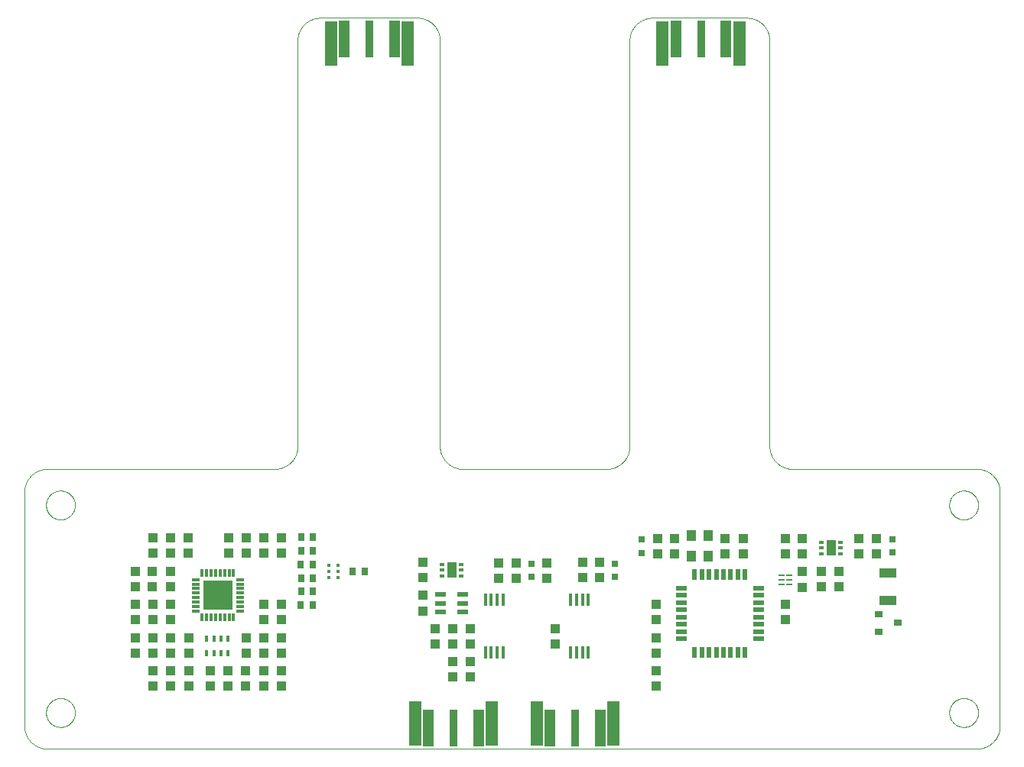
<source format=gtp>
G75*
%MOIN*%
%OFA0B0*%
%FSLAX25Y25*%
%IPPOS*%
%LPD*%
%AMOC8*
5,1,8,0,0,1.08239X$1,22.5*
%
%ADD10C,0.00000*%
%ADD11R,0.03937X0.04331*%
%ADD12R,0.02756X0.03543*%
%ADD13R,0.01299X0.01614*%
%ADD14R,0.01181X0.03346*%
%ADD15R,0.03346X0.01181*%
%ADD16R,0.12598X0.12598*%
%ADD17R,0.04331X0.03937*%
%ADD18R,0.01772X0.03150*%
%ADD19R,0.02200X0.05000*%
%ADD20R,0.05000X0.02200*%
%ADD21R,0.01772X0.05807*%
%ADD22R,0.02756X0.02953*%
%ADD23R,0.07480X0.03937*%
%ADD24R,0.03543X0.03150*%
%ADD25R,0.02362X0.01378*%
%ADD26R,0.04331X0.06693*%
%ADD27R,0.03543X0.16142*%
%ADD28R,0.04921X0.16142*%
%ADD29R,0.05512X0.19685*%
%ADD30R,0.03150X0.03150*%
%ADD31R,0.04134X0.05118*%
%ADD32R,0.04724X0.02362*%
%ADD33R,0.02600X0.01000*%
D10*
X0013469Y0037693D02*
X0418665Y0037693D01*
X0418907Y0037696D01*
X0419148Y0037705D01*
X0419389Y0037719D01*
X0419630Y0037740D01*
X0419870Y0037766D01*
X0420110Y0037798D01*
X0420349Y0037836D01*
X0420586Y0037879D01*
X0420823Y0037929D01*
X0421058Y0037984D01*
X0421292Y0038044D01*
X0421524Y0038111D01*
X0421755Y0038182D01*
X0421984Y0038260D01*
X0422211Y0038343D01*
X0422436Y0038431D01*
X0422659Y0038525D01*
X0422879Y0038624D01*
X0423097Y0038729D01*
X0423312Y0038838D01*
X0423525Y0038953D01*
X0423735Y0039073D01*
X0423941Y0039198D01*
X0424145Y0039328D01*
X0424346Y0039463D01*
X0424543Y0039603D01*
X0424737Y0039747D01*
X0424927Y0039896D01*
X0425113Y0040050D01*
X0425296Y0040208D01*
X0425475Y0040370D01*
X0425650Y0040537D01*
X0425821Y0040708D01*
X0425988Y0040883D01*
X0426150Y0041062D01*
X0426308Y0041245D01*
X0426462Y0041431D01*
X0426611Y0041621D01*
X0426755Y0041815D01*
X0426895Y0042012D01*
X0427030Y0042213D01*
X0427160Y0042417D01*
X0427285Y0042623D01*
X0427405Y0042833D01*
X0427520Y0043046D01*
X0427629Y0043261D01*
X0427734Y0043479D01*
X0427833Y0043699D01*
X0427927Y0043922D01*
X0428015Y0044147D01*
X0428098Y0044374D01*
X0428176Y0044603D01*
X0428247Y0044834D01*
X0428314Y0045066D01*
X0428374Y0045300D01*
X0428429Y0045535D01*
X0428479Y0045772D01*
X0428522Y0046009D01*
X0428560Y0046248D01*
X0428592Y0046488D01*
X0428618Y0046728D01*
X0428639Y0046969D01*
X0428653Y0047210D01*
X0428662Y0047451D01*
X0428665Y0047693D01*
X0428665Y0149740D01*
X0428662Y0149982D01*
X0428653Y0150223D01*
X0428639Y0150464D01*
X0428618Y0150705D01*
X0428592Y0150945D01*
X0428560Y0151185D01*
X0428522Y0151424D01*
X0428479Y0151661D01*
X0428429Y0151898D01*
X0428374Y0152133D01*
X0428314Y0152367D01*
X0428247Y0152599D01*
X0428176Y0152830D01*
X0428098Y0153059D01*
X0428015Y0153286D01*
X0427927Y0153511D01*
X0427833Y0153734D01*
X0427734Y0153954D01*
X0427629Y0154172D01*
X0427520Y0154387D01*
X0427405Y0154600D01*
X0427285Y0154810D01*
X0427160Y0155016D01*
X0427030Y0155220D01*
X0426895Y0155421D01*
X0426755Y0155618D01*
X0426611Y0155812D01*
X0426462Y0156002D01*
X0426308Y0156188D01*
X0426150Y0156371D01*
X0425988Y0156550D01*
X0425821Y0156725D01*
X0425650Y0156896D01*
X0425475Y0157063D01*
X0425296Y0157225D01*
X0425113Y0157383D01*
X0424927Y0157537D01*
X0424737Y0157686D01*
X0424543Y0157830D01*
X0424346Y0157970D01*
X0424145Y0158105D01*
X0423941Y0158235D01*
X0423735Y0158360D01*
X0423525Y0158480D01*
X0423312Y0158595D01*
X0423097Y0158704D01*
X0422879Y0158809D01*
X0422659Y0158908D01*
X0422436Y0159002D01*
X0422211Y0159090D01*
X0421984Y0159173D01*
X0421755Y0159251D01*
X0421524Y0159322D01*
X0421292Y0159389D01*
X0421058Y0159449D01*
X0420823Y0159504D01*
X0420586Y0159554D01*
X0420349Y0159597D01*
X0420110Y0159635D01*
X0419870Y0159667D01*
X0419630Y0159693D01*
X0419389Y0159714D01*
X0419148Y0159728D01*
X0418907Y0159737D01*
X0418665Y0159740D01*
X0338272Y0159740D01*
X0338030Y0159743D01*
X0337789Y0159752D01*
X0337548Y0159766D01*
X0337307Y0159787D01*
X0337067Y0159813D01*
X0336827Y0159845D01*
X0336588Y0159883D01*
X0336351Y0159926D01*
X0336114Y0159976D01*
X0335879Y0160031D01*
X0335645Y0160091D01*
X0335413Y0160158D01*
X0335182Y0160229D01*
X0334953Y0160307D01*
X0334726Y0160390D01*
X0334501Y0160478D01*
X0334278Y0160572D01*
X0334058Y0160671D01*
X0333840Y0160776D01*
X0333625Y0160885D01*
X0333412Y0161000D01*
X0333202Y0161120D01*
X0332996Y0161245D01*
X0332792Y0161375D01*
X0332591Y0161510D01*
X0332394Y0161650D01*
X0332200Y0161794D01*
X0332010Y0161943D01*
X0331824Y0162097D01*
X0331641Y0162255D01*
X0331462Y0162417D01*
X0331287Y0162584D01*
X0331116Y0162755D01*
X0330949Y0162930D01*
X0330787Y0163109D01*
X0330629Y0163292D01*
X0330475Y0163478D01*
X0330326Y0163668D01*
X0330182Y0163862D01*
X0330042Y0164059D01*
X0329907Y0164260D01*
X0329777Y0164464D01*
X0329652Y0164670D01*
X0329532Y0164880D01*
X0329417Y0165093D01*
X0329308Y0165308D01*
X0329203Y0165526D01*
X0329104Y0165746D01*
X0329010Y0165969D01*
X0328922Y0166194D01*
X0328839Y0166421D01*
X0328761Y0166650D01*
X0328690Y0166881D01*
X0328623Y0167113D01*
X0328563Y0167347D01*
X0328508Y0167582D01*
X0328458Y0167819D01*
X0328415Y0168056D01*
X0328377Y0168295D01*
X0328345Y0168535D01*
X0328319Y0168775D01*
X0328298Y0169016D01*
X0328284Y0169257D01*
X0328275Y0169498D01*
X0328272Y0169740D01*
X0328272Y0346591D01*
X0328269Y0346833D01*
X0328260Y0347074D01*
X0328246Y0347315D01*
X0328225Y0347556D01*
X0328199Y0347796D01*
X0328167Y0348036D01*
X0328129Y0348275D01*
X0328086Y0348512D01*
X0328036Y0348749D01*
X0327981Y0348984D01*
X0327921Y0349218D01*
X0327854Y0349450D01*
X0327783Y0349681D01*
X0327705Y0349910D01*
X0327622Y0350137D01*
X0327534Y0350362D01*
X0327440Y0350585D01*
X0327341Y0350805D01*
X0327236Y0351023D01*
X0327127Y0351238D01*
X0327012Y0351451D01*
X0326892Y0351661D01*
X0326767Y0351867D01*
X0326637Y0352071D01*
X0326502Y0352272D01*
X0326362Y0352469D01*
X0326218Y0352663D01*
X0326069Y0352853D01*
X0325915Y0353039D01*
X0325757Y0353222D01*
X0325595Y0353401D01*
X0325428Y0353576D01*
X0325257Y0353747D01*
X0325082Y0353914D01*
X0324903Y0354076D01*
X0324720Y0354234D01*
X0324534Y0354388D01*
X0324344Y0354537D01*
X0324150Y0354681D01*
X0323953Y0354821D01*
X0323752Y0354956D01*
X0323548Y0355086D01*
X0323342Y0355211D01*
X0323132Y0355331D01*
X0322919Y0355446D01*
X0322704Y0355555D01*
X0322486Y0355660D01*
X0322266Y0355759D01*
X0322043Y0355853D01*
X0321818Y0355941D01*
X0321591Y0356024D01*
X0321362Y0356102D01*
X0321131Y0356173D01*
X0320899Y0356240D01*
X0320665Y0356300D01*
X0320430Y0356355D01*
X0320193Y0356405D01*
X0319956Y0356448D01*
X0319717Y0356486D01*
X0319477Y0356518D01*
X0319237Y0356544D01*
X0318996Y0356565D01*
X0318755Y0356579D01*
X0318514Y0356588D01*
X0318272Y0356591D01*
X0277248Y0356591D01*
X0277006Y0356588D01*
X0276765Y0356579D01*
X0276524Y0356565D01*
X0276283Y0356544D01*
X0276043Y0356518D01*
X0275803Y0356486D01*
X0275564Y0356448D01*
X0275327Y0356405D01*
X0275090Y0356355D01*
X0274855Y0356300D01*
X0274621Y0356240D01*
X0274389Y0356173D01*
X0274158Y0356102D01*
X0273929Y0356024D01*
X0273702Y0355941D01*
X0273477Y0355853D01*
X0273254Y0355759D01*
X0273034Y0355660D01*
X0272816Y0355555D01*
X0272601Y0355446D01*
X0272388Y0355331D01*
X0272178Y0355211D01*
X0271972Y0355086D01*
X0271768Y0354956D01*
X0271567Y0354821D01*
X0271370Y0354681D01*
X0271176Y0354537D01*
X0270986Y0354388D01*
X0270800Y0354234D01*
X0270617Y0354076D01*
X0270438Y0353914D01*
X0270263Y0353747D01*
X0270092Y0353576D01*
X0269925Y0353401D01*
X0269763Y0353222D01*
X0269605Y0353039D01*
X0269451Y0352853D01*
X0269302Y0352663D01*
X0269158Y0352469D01*
X0269018Y0352272D01*
X0268883Y0352071D01*
X0268753Y0351867D01*
X0268628Y0351661D01*
X0268508Y0351451D01*
X0268393Y0351238D01*
X0268284Y0351023D01*
X0268179Y0350805D01*
X0268080Y0350585D01*
X0267986Y0350362D01*
X0267898Y0350137D01*
X0267815Y0349910D01*
X0267737Y0349681D01*
X0267666Y0349450D01*
X0267599Y0349218D01*
X0267539Y0348984D01*
X0267484Y0348749D01*
X0267434Y0348512D01*
X0267391Y0348275D01*
X0267353Y0348036D01*
X0267321Y0347796D01*
X0267295Y0347556D01*
X0267274Y0347315D01*
X0267260Y0347074D01*
X0267251Y0346833D01*
X0267248Y0346591D01*
X0267248Y0169740D01*
X0267245Y0169498D01*
X0267236Y0169257D01*
X0267222Y0169016D01*
X0267201Y0168775D01*
X0267175Y0168535D01*
X0267143Y0168295D01*
X0267105Y0168056D01*
X0267062Y0167819D01*
X0267012Y0167582D01*
X0266957Y0167347D01*
X0266897Y0167113D01*
X0266830Y0166881D01*
X0266759Y0166650D01*
X0266681Y0166421D01*
X0266598Y0166194D01*
X0266510Y0165969D01*
X0266416Y0165746D01*
X0266317Y0165526D01*
X0266212Y0165308D01*
X0266103Y0165093D01*
X0265988Y0164880D01*
X0265868Y0164670D01*
X0265743Y0164464D01*
X0265613Y0164260D01*
X0265478Y0164059D01*
X0265338Y0163862D01*
X0265194Y0163668D01*
X0265045Y0163478D01*
X0264891Y0163292D01*
X0264733Y0163109D01*
X0264571Y0162930D01*
X0264404Y0162755D01*
X0264233Y0162584D01*
X0264058Y0162417D01*
X0263879Y0162255D01*
X0263696Y0162097D01*
X0263510Y0161943D01*
X0263320Y0161794D01*
X0263126Y0161650D01*
X0262929Y0161510D01*
X0262728Y0161375D01*
X0262524Y0161245D01*
X0262318Y0161120D01*
X0262108Y0161000D01*
X0261895Y0160885D01*
X0261680Y0160776D01*
X0261462Y0160671D01*
X0261242Y0160572D01*
X0261019Y0160478D01*
X0260794Y0160390D01*
X0260567Y0160307D01*
X0260338Y0160229D01*
X0260107Y0160158D01*
X0259875Y0160091D01*
X0259641Y0160031D01*
X0259406Y0159976D01*
X0259169Y0159926D01*
X0258932Y0159883D01*
X0258693Y0159845D01*
X0258453Y0159813D01*
X0258213Y0159787D01*
X0257972Y0159766D01*
X0257731Y0159752D01*
X0257490Y0159743D01*
X0257248Y0159740D01*
X0194571Y0159740D01*
X0194329Y0159743D01*
X0194088Y0159752D01*
X0193847Y0159766D01*
X0193606Y0159787D01*
X0193366Y0159813D01*
X0193126Y0159845D01*
X0192887Y0159883D01*
X0192650Y0159926D01*
X0192413Y0159976D01*
X0192178Y0160031D01*
X0191944Y0160091D01*
X0191712Y0160158D01*
X0191481Y0160229D01*
X0191252Y0160307D01*
X0191025Y0160390D01*
X0190800Y0160478D01*
X0190577Y0160572D01*
X0190357Y0160671D01*
X0190139Y0160776D01*
X0189924Y0160885D01*
X0189711Y0161000D01*
X0189501Y0161120D01*
X0189295Y0161245D01*
X0189091Y0161375D01*
X0188890Y0161510D01*
X0188693Y0161650D01*
X0188499Y0161794D01*
X0188309Y0161943D01*
X0188123Y0162097D01*
X0187940Y0162255D01*
X0187761Y0162417D01*
X0187586Y0162584D01*
X0187415Y0162755D01*
X0187248Y0162930D01*
X0187086Y0163109D01*
X0186928Y0163292D01*
X0186774Y0163478D01*
X0186625Y0163668D01*
X0186481Y0163862D01*
X0186341Y0164059D01*
X0186206Y0164260D01*
X0186076Y0164464D01*
X0185951Y0164670D01*
X0185831Y0164880D01*
X0185716Y0165093D01*
X0185607Y0165308D01*
X0185502Y0165526D01*
X0185403Y0165746D01*
X0185309Y0165969D01*
X0185221Y0166194D01*
X0185138Y0166421D01*
X0185060Y0166650D01*
X0184989Y0166881D01*
X0184922Y0167113D01*
X0184862Y0167347D01*
X0184807Y0167582D01*
X0184757Y0167819D01*
X0184714Y0168056D01*
X0184676Y0168295D01*
X0184644Y0168535D01*
X0184618Y0168775D01*
X0184597Y0169016D01*
X0184583Y0169257D01*
X0184574Y0169498D01*
X0184571Y0169740D01*
X0184571Y0346748D01*
X0184568Y0346986D01*
X0184560Y0347224D01*
X0184545Y0347461D01*
X0184525Y0347698D01*
X0184499Y0347934D01*
X0184468Y0348170D01*
X0184431Y0348405D01*
X0184388Y0348639D01*
X0184339Y0348872D01*
X0184285Y0349104D01*
X0184225Y0349334D01*
X0184160Y0349563D01*
X0184089Y0349790D01*
X0184013Y0350015D01*
X0183931Y0350238D01*
X0183844Y0350460D01*
X0183752Y0350679D01*
X0183654Y0350896D01*
X0183552Y0351110D01*
X0183444Y0351322D01*
X0183330Y0351532D01*
X0183212Y0351738D01*
X0183089Y0351942D01*
X0182961Y0352142D01*
X0182829Y0352339D01*
X0182691Y0352534D01*
X0182549Y0352724D01*
X0182402Y0352912D01*
X0182251Y0353095D01*
X0182096Y0353275D01*
X0181936Y0353451D01*
X0181772Y0353623D01*
X0181603Y0353792D01*
X0181431Y0353956D01*
X0181255Y0354116D01*
X0181075Y0354271D01*
X0180892Y0354422D01*
X0180704Y0354569D01*
X0180514Y0354711D01*
X0180319Y0354849D01*
X0180122Y0354981D01*
X0179922Y0355109D01*
X0179718Y0355232D01*
X0179512Y0355350D01*
X0179302Y0355464D01*
X0179090Y0355572D01*
X0178876Y0355674D01*
X0178659Y0355772D01*
X0178440Y0355864D01*
X0178218Y0355951D01*
X0177995Y0356033D01*
X0177770Y0356109D01*
X0177543Y0356180D01*
X0177314Y0356245D01*
X0177084Y0356305D01*
X0176852Y0356359D01*
X0176619Y0356408D01*
X0176385Y0356451D01*
X0176150Y0356488D01*
X0175914Y0356519D01*
X0175678Y0356545D01*
X0175441Y0356565D01*
X0175204Y0356580D01*
X0174966Y0356588D01*
X0174728Y0356591D01*
X0132406Y0356591D01*
X0132168Y0356588D01*
X0131930Y0356580D01*
X0131693Y0356565D01*
X0131456Y0356545D01*
X0131220Y0356519D01*
X0130984Y0356488D01*
X0130749Y0356451D01*
X0130515Y0356408D01*
X0130282Y0356359D01*
X0130050Y0356305D01*
X0129820Y0356245D01*
X0129591Y0356180D01*
X0129364Y0356109D01*
X0129139Y0356033D01*
X0128916Y0355951D01*
X0128694Y0355864D01*
X0128475Y0355772D01*
X0128258Y0355674D01*
X0128044Y0355572D01*
X0127832Y0355464D01*
X0127622Y0355350D01*
X0127416Y0355232D01*
X0127212Y0355109D01*
X0127012Y0354981D01*
X0126815Y0354849D01*
X0126620Y0354711D01*
X0126430Y0354569D01*
X0126242Y0354422D01*
X0126059Y0354271D01*
X0125879Y0354116D01*
X0125703Y0353956D01*
X0125531Y0353792D01*
X0125362Y0353623D01*
X0125198Y0353451D01*
X0125038Y0353275D01*
X0124883Y0353095D01*
X0124732Y0352912D01*
X0124585Y0352724D01*
X0124443Y0352534D01*
X0124305Y0352339D01*
X0124173Y0352142D01*
X0124045Y0351942D01*
X0123922Y0351738D01*
X0123804Y0351532D01*
X0123690Y0351322D01*
X0123582Y0351110D01*
X0123480Y0350896D01*
X0123382Y0350679D01*
X0123290Y0350460D01*
X0123203Y0350238D01*
X0123121Y0350015D01*
X0123045Y0349790D01*
X0122974Y0349563D01*
X0122909Y0349334D01*
X0122849Y0349104D01*
X0122795Y0348872D01*
X0122746Y0348639D01*
X0122703Y0348405D01*
X0122666Y0348170D01*
X0122635Y0347934D01*
X0122609Y0347698D01*
X0122589Y0347461D01*
X0122574Y0347224D01*
X0122566Y0346986D01*
X0122563Y0346748D01*
X0122563Y0169740D01*
X0122560Y0169498D01*
X0122551Y0169257D01*
X0122537Y0169016D01*
X0122516Y0168775D01*
X0122490Y0168535D01*
X0122458Y0168295D01*
X0122420Y0168056D01*
X0122377Y0167819D01*
X0122327Y0167582D01*
X0122272Y0167347D01*
X0122212Y0167113D01*
X0122145Y0166881D01*
X0122074Y0166650D01*
X0121996Y0166421D01*
X0121913Y0166194D01*
X0121825Y0165969D01*
X0121731Y0165746D01*
X0121632Y0165526D01*
X0121527Y0165308D01*
X0121418Y0165093D01*
X0121303Y0164880D01*
X0121183Y0164670D01*
X0121058Y0164464D01*
X0120928Y0164260D01*
X0120793Y0164059D01*
X0120653Y0163862D01*
X0120509Y0163668D01*
X0120360Y0163478D01*
X0120206Y0163292D01*
X0120048Y0163109D01*
X0119886Y0162930D01*
X0119719Y0162755D01*
X0119548Y0162584D01*
X0119373Y0162417D01*
X0119194Y0162255D01*
X0119011Y0162097D01*
X0118825Y0161943D01*
X0118635Y0161794D01*
X0118441Y0161650D01*
X0118244Y0161510D01*
X0118043Y0161375D01*
X0117839Y0161245D01*
X0117633Y0161120D01*
X0117423Y0161000D01*
X0117210Y0160885D01*
X0116995Y0160776D01*
X0116777Y0160671D01*
X0116557Y0160572D01*
X0116334Y0160478D01*
X0116109Y0160390D01*
X0115882Y0160307D01*
X0115653Y0160229D01*
X0115422Y0160158D01*
X0115190Y0160091D01*
X0114956Y0160031D01*
X0114721Y0159976D01*
X0114484Y0159926D01*
X0114247Y0159883D01*
X0114008Y0159845D01*
X0113768Y0159813D01*
X0113528Y0159787D01*
X0113287Y0159766D01*
X0113046Y0159752D01*
X0112805Y0159743D01*
X0112563Y0159740D01*
X0013469Y0159740D01*
X0013227Y0159737D01*
X0012986Y0159728D01*
X0012745Y0159714D01*
X0012504Y0159693D01*
X0012264Y0159667D01*
X0012024Y0159635D01*
X0011785Y0159597D01*
X0011548Y0159554D01*
X0011311Y0159504D01*
X0011076Y0159449D01*
X0010842Y0159389D01*
X0010610Y0159322D01*
X0010379Y0159251D01*
X0010150Y0159173D01*
X0009923Y0159090D01*
X0009698Y0159002D01*
X0009475Y0158908D01*
X0009255Y0158809D01*
X0009037Y0158704D01*
X0008822Y0158595D01*
X0008609Y0158480D01*
X0008399Y0158360D01*
X0008193Y0158235D01*
X0007989Y0158105D01*
X0007788Y0157970D01*
X0007591Y0157830D01*
X0007397Y0157686D01*
X0007207Y0157537D01*
X0007021Y0157383D01*
X0006838Y0157225D01*
X0006659Y0157063D01*
X0006484Y0156896D01*
X0006313Y0156725D01*
X0006146Y0156550D01*
X0005984Y0156371D01*
X0005826Y0156188D01*
X0005672Y0156002D01*
X0005523Y0155812D01*
X0005379Y0155618D01*
X0005239Y0155421D01*
X0005104Y0155220D01*
X0004974Y0155016D01*
X0004849Y0154810D01*
X0004729Y0154600D01*
X0004614Y0154387D01*
X0004505Y0154172D01*
X0004400Y0153954D01*
X0004301Y0153734D01*
X0004207Y0153511D01*
X0004119Y0153286D01*
X0004036Y0153059D01*
X0003958Y0152830D01*
X0003887Y0152599D01*
X0003820Y0152367D01*
X0003760Y0152133D01*
X0003705Y0151898D01*
X0003655Y0151661D01*
X0003612Y0151424D01*
X0003574Y0151185D01*
X0003542Y0150945D01*
X0003516Y0150705D01*
X0003495Y0150464D01*
X0003481Y0150223D01*
X0003472Y0149982D01*
X0003469Y0149740D01*
X0003469Y0047693D01*
X0003472Y0047451D01*
X0003481Y0047210D01*
X0003495Y0046969D01*
X0003516Y0046728D01*
X0003542Y0046488D01*
X0003574Y0046248D01*
X0003612Y0046009D01*
X0003655Y0045772D01*
X0003705Y0045535D01*
X0003760Y0045300D01*
X0003820Y0045066D01*
X0003887Y0044834D01*
X0003958Y0044603D01*
X0004036Y0044374D01*
X0004119Y0044147D01*
X0004207Y0043922D01*
X0004301Y0043699D01*
X0004400Y0043479D01*
X0004505Y0043261D01*
X0004614Y0043046D01*
X0004729Y0042833D01*
X0004849Y0042623D01*
X0004974Y0042417D01*
X0005104Y0042213D01*
X0005239Y0042012D01*
X0005379Y0041815D01*
X0005523Y0041621D01*
X0005672Y0041431D01*
X0005826Y0041245D01*
X0005984Y0041062D01*
X0006146Y0040883D01*
X0006313Y0040708D01*
X0006484Y0040537D01*
X0006659Y0040370D01*
X0006838Y0040208D01*
X0007021Y0040050D01*
X0007207Y0039896D01*
X0007397Y0039747D01*
X0007591Y0039603D01*
X0007788Y0039463D01*
X0007989Y0039328D01*
X0008193Y0039198D01*
X0008399Y0039073D01*
X0008609Y0038953D01*
X0008822Y0038838D01*
X0009037Y0038729D01*
X0009255Y0038624D01*
X0009475Y0038525D01*
X0009698Y0038431D01*
X0009923Y0038343D01*
X0010150Y0038260D01*
X0010379Y0038182D01*
X0010610Y0038111D01*
X0010842Y0038044D01*
X0011076Y0037984D01*
X0011311Y0037929D01*
X0011548Y0037879D01*
X0011785Y0037836D01*
X0012024Y0037798D01*
X0012264Y0037766D01*
X0012504Y0037740D01*
X0012745Y0037719D01*
X0012986Y0037705D01*
X0013227Y0037696D01*
X0013469Y0037693D01*
X0012918Y0053441D02*
X0012920Y0053599D01*
X0012926Y0053757D01*
X0012936Y0053915D01*
X0012950Y0054073D01*
X0012968Y0054230D01*
X0012989Y0054387D01*
X0013015Y0054543D01*
X0013045Y0054699D01*
X0013078Y0054854D01*
X0013116Y0055007D01*
X0013157Y0055160D01*
X0013202Y0055312D01*
X0013251Y0055463D01*
X0013304Y0055612D01*
X0013360Y0055760D01*
X0013420Y0055906D01*
X0013484Y0056051D01*
X0013552Y0056194D01*
X0013623Y0056336D01*
X0013697Y0056476D01*
X0013775Y0056613D01*
X0013857Y0056749D01*
X0013941Y0056883D01*
X0014030Y0057014D01*
X0014121Y0057143D01*
X0014216Y0057270D01*
X0014313Y0057395D01*
X0014414Y0057517D01*
X0014518Y0057636D01*
X0014625Y0057753D01*
X0014735Y0057867D01*
X0014848Y0057978D01*
X0014963Y0058087D01*
X0015081Y0058192D01*
X0015202Y0058294D01*
X0015325Y0058394D01*
X0015451Y0058490D01*
X0015579Y0058583D01*
X0015709Y0058673D01*
X0015842Y0058759D01*
X0015977Y0058843D01*
X0016113Y0058922D01*
X0016252Y0058999D01*
X0016393Y0059071D01*
X0016535Y0059141D01*
X0016679Y0059206D01*
X0016825Y0059268D01*
X0016972Y0059326D01*
X0017121Y0059381D01*
X0017271Y0059432D01*
X0017422Y0059479D01*
X0017574Y0059522D01*
X0017727Y0059561D01*
X0017882Y0059597D01*
X0018037Y0059628D01*
X0018193Y0059656D01*
X0018349Y0059680D01*
X0018506Y0059700D01*
X0018664Y0059716D01*
X0018821Y0059728D01*
X0018980Y0059736D01*
X0019138Y0059740D01*
X0019296Y0059740D01*
X0019454Y0059736D01*
X0019613Y0059728D01*
X0019770Y0059716D01*
X0019928Y0059700D01*
X0020085Y0059680D01*
X0020241Y0059656D01*
X0020397Y0059628D01*
X0020552Y0059597D01*
X0020707Y0059561D01*
X0020860Y0059522D01*
X0021012Y0059479D01*
X0021163Y0059432D01*
X0021313Y0059381D01*
X0021462Y0059326D01*
X0021609Y0059268D01*
X0021755Y0059206D01*
X0021899Y0059141D01*
X0022041Y0059071D01*
X0022182Y0058999D01*
X0022321Y0058922D01*
X0022457Y0058843D01*
X0022592Y0058759D01*
X0022725Y0058673D01*
X0022855Y0058583D01*
X0022983Y0058490D01*
X0023109Y0058394D01*
X0023232Y0058294D01*
X0023353Y0058192D01*
X0023471Y0058087D01*
X0023586Y0057978D01*
X0023699Y0057867D01*
X0023809Y0057753D01*
X0023916Y0057636D01*
X0024020Y0057517D01*
X0024121Y0057395D01*
X0024218Y0057270D01*
X0024313Y0057143D01*
X0024404Y0057014D01*
X0024493Y0056883D01*
X0024577Y0056749D01*
X0024659Y0056613D01*
X0024737Y0056476D01*
X0024811Y0056336D01*
X0024882Y0056194D01*
X0024950Y0056051D01*
X0025014Y0055906D01*
X0025074Y0055760D01*
X0025130Y0055612D01*
X0025183Y0055463D01*
X0025232Y0055312D01*
X0025277Y0055160D01*
X0025318Y0055007D01*
X0025356Y0054854D01*
X0025389Y0054699D01*
X0025419Y0054543D01*
X0025445Y0054387D01*
X0025466Y0054230D01*
X0025484Y0054073D01*
X0025498Y0053915D01*
X0025508Y0053757D01*
X0025514Y0053599D01*
X0025516Y0053441D01*
X0025514Y0053283D01*
X0025508Y0053125D01*
X0025498Y0052967D01*
X0025484Y0052809D01*
X0025466Y0052652D01*
X0025445Y0052495D01*
X0025419Y0052339D01*
X0025389Y0052183D01*
X0025356Y0052028D01*
X0025318Y0051875D01*
X0025277Y0051722D01*
X0025232Y0051570D01*
X0025183Y0051419D01*
X0025130Y0051270D01*
X0025074Y0051122D01*
X0025014Y0050976D01*
X0024950Y0050831D01*
X0024882Y0050688D01*
X0024811Y0050546D01*
X0024737Y0050406D01*
X0024659Y0050269D01*
X0024577Y0050133D01*
X0024493Y0049999D01*
X0024404Y0049868D01*
X0024313Y0049739D01*
X0024218Y0049612D01*
X0024121Y0049487D01*
X0024020Y0049365D01*
X0023916Y0049246D01*
X0023809Y0049129D01*
X0023699Y0049015D01*
X0023586Y0048904D01*
X0023471Y0048795D01*
X0023353Y0048690D01*
X0023232Y0048588D01*
X0023109Y0048488D01*
X0022983Y0048392D01*
X0022855Y0048299D01*
X0022725Y0048209D01*
X0022592Y0048123D01*
X0022457Y0048039D01*
X0022321Y0047960D01*
X0022182Y0047883D01*
X0022041Y0047811D01*
X0021899Y0047741D01*
X0021755Y0047676D01*
X0021609Y0047614D01*
X0021462Y0047556D01*
X0021313Y0047501D01*
X0021163Y0047450D01*
X0021012Y0047403D01*
X0020860Y0047360D01*
X0020707Y0047321D01*
X0020552Y0047285D01*
X0020397Y0047254D01*
X0020241Y0047226D01*
X0020085Y0047202D01*
X0019928Y0047182D01*
X0019770Y0047166D01*
X0019613Y0047154D01*
X0019454Y0047146D01*
X0019296Y0047142D01*
X0019138Y0047142D01*
X0018980Y0047146D01*
X0018821Y0047154D01*
X0018664Y0047166D01*
X0018506Y0047182D01*
X0018349Y0047202D01*
X0018193Y0047226D01*
X0018037Y0047254D01*
X0017882Y0047285D01*
X0017727Y0047321D01*
X0017574Y0047360D01*
X0017422Y0047403D01*
X0017271Y0047450D01*
X0017121Y0047501D01*
X0016972Y0047556D01*
X0016825Y0047614D01*
X0016679Y0047676D01*
X0016535Y0047741D01*
X0016393Y0047811D01*
X0016252Y0047883D01*
X0016113Y0047960D01*
X0015977Y0048039D01*
X0015842Y0048123D01*
X0015709Y0048209D01*
X0015579Y0048299D01*
X0015451Y0048392D01*
X0015325Y0048488D01*
X0015202Y0048588D01*
X0015081Y0048690D01*
X0014963Y0048795D01*
X0014848Y0048904D01*
X0014735Y0049015D01*
X0014625Y0049129D01*
X0014518Y0049246D01*
X0014414Y0049365D01*
X0014313Y0049487D01*
X0014216Y0049612D01*
X0014121Y0049739D01*
X0014030Y0049868D01*
X0013941Y0049999D01*
X0013857Y0050133D01*
X0013775Y0050269D01*
X0013697Y0050406D01*
X0013623Y0050546D01*
X0013552Y0050688D01*
X0013484Y0050831D01*
X0013420Y0050976D01*
X0013360Y0051122D01*
X0013304Y0051270D01*
X0013251Y0051419D01*
X0013202Y0051570D01*
X0013157Y0051722D01*
X0013116Y0051875D01*
X0013078Y0052028D01*
X0013045Y0052183D01*
X0013015Y0052339D01*
X0012989Y0052495D01*
X0012968Y0052652D01*
X0012950Y0052809D01*
X0012936Y0052967D01*
X0012926Y0053125D01*
X0012920Y0053283D01*
X0012918Y0053441D01*
X0012918Y0143992D02*
X0012920Y0144150D01*
X0012926Y0144308D01*
X0012936Y0144466D01*
X0012950Y0144624D01*
X0012968Y0144781D01*
X0012989Y0144938D01*
X0013015Y0145094D01*
X0013045Y0145250D01*
X0013078Y0145405D01*
X0013116Y0145558D01*
X0013157Y0145711D01*
X0013202Y0145863D01*
X0013251Y0146014D01*
X0013304Y0146163D01*
X0013360Y0146311D01*
X0013420Y0146457D01*
X0013484Y0146602D01*
X0013552Y0146745D01*
X0013623Y0146887D01*
X0013697Y0147027D01*
X0013775Y0147164D01*
X0013857Y0147300D01*
X0013941Y0147434D01*
X0014030Y0147565D01*
X0014121Y0147694D01*
X0014216Y0147821D01*
X0014313Y0147946D01*
X0014414Y0148068D01*
X0014518Y0148187D01*
X0014625Y0148304D01*
X0014735Y0148418D01*
X0014848Y0148529D01*
X0014963Y0148638D01*
X0015081Y0148743D01*
X0015202Y0148845D01*
X0015325Y0148945D01*
X0015451Y0149041D01*
X0015579Y0149134D01*
X0015709Y0149224D01*
X0015842Y0149310D01*
X0015977Y0149394D01*
X0016113Y0149473D01*
X0016252Y0149550D01*
X0016393Y0149622D01*
X0016535Y0149692D01*
X0016679Y0149757D01*
X0016825Y0149819D01*
X0016972Y0149877D01*
X0017121Y0149932D01*
X0017271Y0149983D01*
X0017422Y0150030D01*
X0017574Y0150073D01*
X0017727Y0150112D01*
X0017882Y0150148D01*
X0018037Y0150179D01*
X0018193Y0150207D01*
X0018349Y0150231D01*
X0018506Y0150251D01*
X0018664Y0150267D01*
X0018821Y0150279D01*
X0018980Y0150287D01*
X0019138Y0150291D01*
X0019296Y0150291D01*
X0019454Y0150287D01*
X0019613Y0150279D01*
X0019770Y0150267D01*
X0019928Y0150251D01*
X0020085Y0150231D01*
X0020241Y0150207D01*
X0020397Y0150179D01*
X0020552Y0150148D01*
X0020707Y0150112D01*
X0020860Y0150073D01*
X0021012Y0150030D01*
X0021163Y0149983D01*
X0021313Y0149932D01*
X0021462Y0149877D01*
X0021609Y0149819D01*
X0021755Y0149757D01*
X0021899Y0149692D01*
X0022041Y0149622D01*
X0022182Y0149550D01*
X0022321Y0149473D01*
X0022457Y0149394D01*
X0022592Y0149310D01*
X0022725Y0149224D01*
X0022855Y0149134D01*
X0022983Y0149041D01*
X0023109Y0148945D01*
X0023232Y0148845D01*
X0023353Y0148743D01*
X0023471Y0148638D01*
X0023586Y0148529D01*
X0023699Y0148418D01*
X0023809Y0148304D01*
X0023916Y0148187D01*
X0024020Y0148068D01*
X0024121Y0147946D01*
X0024218Y0147821D01*
X0024313Y0147694D01*
X0024404Y0147565D01*
X0024493Y0147434D01*
X0024577Y0147300D01*
X0024659Y0147164D01*
X0024737Y0147027D01*
X0024811Y0146887D01*
X0024882Y0146745D01*
X0024950Y0146602D01*
X0025014Y0146457D01*
X0025074Y0146311D01*
X0025130Y0146163D01*
X0025183Y0146014D01*
X0025232Y0145863D01*
X0025277Y0145711D01*
X0025318Y0145558D01*
X0025356Y0145405D01*
X0025389Y0145250D01*
X0025419Y0145094D01*
X0025445Y0144938D01*
X0025466Y0144781D01*
X0025484Y0144624D01*
X0025498Y0144466D01*
X0025508Y0144308D01*
X0025514Y0144150D01*
X0025516Y0143992D01*
X0025514Y0143834D01*
X0025508Y0143676D01*
X0025498Y0143518D01*
X0025484Y0143360D01*
X0025466Y0143203D01*
X0025445Y0143046D01*
X0025419Y0142890D01*
X0025389Y0142734D01*
X0025356Y0142579D01*
X0025318Y0142426D01*
X0025277Y0142273D01*
X0025232Y0142121D01*
X0025183Y0141970D01*
X0025130Y0141821D01*
X0025074Y0141673D01*
X0025014Y0141527D01*
X0024950Y0141382D01*
X0024882Y0141239D01*
X0024811Y0141097D01*
X0024737Y0140957D01*
X0024659Y0140820D01*
X0024577Y0140684D01*
X0024493Y0140550D01*
X0024404Y0140419D01*
X0024313Y0140290D01*
X0024218Y0140163D01*
X0024121Y0140038D01*
X0024020Y0139916D01*
X0023916Y0139797D01*
X0023809Y0139680D01*
X0023699Y0139566D01*
X0023586Y0139455D01*
X0023471Y0139346D01*
X0023353Y0139241D01*
X0023232Y0139139D01*
X0023109Y0139039D01*
X0022983Y0138943D01*
X0022855Y0138850D01*
X0022725Y0138760D01*
X0022592Y0138674D01*
X0022457Y0138590D01*
X0022321Y0138511D01*
X0022182Y0138434D01*
X0022041Y0138362D01*
X0021899Y0138292D01*
X0021755Y0138227D01*
X0021609Y0138165D01*
X0021462Y0138107D01*
X0021313Y0138052D01*
X0021163Y0138001D01*
X0021012Y0137954D01*
X0020860Y0137911D01*
X0020707Y0137872D01*
X0020552Y0137836D01*
X0020397Y0137805D01*
X0020241Y0137777D01*
X0020085Y0137753D01*
X0019928Y0137733D01*
X0019770Y0137717D01*
X0019613Y0137705D01*
X0019454Y0137697D01*
X0019296Y0137693D01*
X0019138Y0137693D01*
X0018980Y0137697D01*
X0018821Y0137705D01*
X0018664Y0137717D01*
X0018506Y0137733D01*
X0018349Y0137753D01*
X0018193Y0137777D01*
X0018037Y0137805D01*
X0017882Y0137836D01*
X0017727Y0137872D01*
X0017574Y0137911D01*
X0017422Y0137954D01*
X0017271Y0138001D01*
X0017121Y0138052D01*
X0016972Y0138107D01*
X0016825Y0138165D01*
X0016679Y0138227D01*
X0016535Y0138292D01*
X0016393Y0138362D01*
X0016252Y0138434D01*
X0016113Y0138511D01*
X0015977Y0138590D01*
X0015842Y0138674D01*
X0015709Y0138760D01*
X0015579Y0138850D01*
X0015451Y0138943D01*
X0015325Y0139039D01*
X0015202Y0139139D01*
X0015081Y0139241D01*
X0014963Y0139346D01*
X0014848Y0139455D01*
X0014735Y0139566D01*
X0014625Y0139680D01*
X0014518Y0139797D01*
X0014414Y0139916D01*
X0014313Y0140038D01*
X0014216Y0140163D01*
X0014121Y0140290D01*
X0014030Y0140419D01*
X0013941Y0140550D01*
X0013857Y0140684D01*
X0013775Y0140820D01*
X0013697Y0140957D01*
X0013623Y0141097D01*
X0013552Y0141239D01*
X0013484Y0141382D01*
X0013420Y0141527D01*
X0013360Y0141673D01*
X0013304Y0141821D01*
X0013251Y0141970D01*
X0013202Y0142121D01*
X0013157Y0142273D01*
X0013116Y0142426D01*
X0013078Y0142579D01*
X0013045Y0142734D01*
X0013015Y0142890D01*
X0012989Y0143046D01*
X0012968Y0143203D01*
X0012950Y0143360D01*
X0012936Y0143518D01*
X0012926Y0143676D01*
X0012920Y0143834D01*
X0012918Y0143992D01*
X0406618Y0143992D02*
X0406620Y0144150D01*
X0406626Y0144308D01*
X0406636Y0144466D01*
X0406650Y0144624D01*
X0406668Y0144781D01*
X0406689Y0144938D01*
X0406715Y0145094D01*
X0406745Y0145250D01*
X0406778Y0145405D01*
X0406816Y0145558D01*
X0406857Y0145711D01*
X0406902Y0145863D01*
X0406951Y0146014D01*
X0407004Y0146163D01*
X0407060Y0146311D01*
X0407120Y0146457D01*
X0407184Y0146602D01*
X0407252Y0146745D01*
X0407323Y0146887D01*
X0407397Y0147027D01*
X0407475Y0147164D01*
X0407557Y0147300D01*
X0407641Y0147434D01*
X0407730Y0147565D01*
X0407821Y0147694D01*
X0407916Y0147821D01*
X0408013Y0147946D01*
X0408114Y0148068D01*
X0408218Y0148187D01*
X0408325Y0148304D01*
X0408435Y0148418D01*
X0408548Y0148529D01*
X0408663Y0148638D01*
X0408781Y0148743D01*
X0408902Y0148845D01*
X0409025Y0148945D01*
X0409151Y0149041D01*
X0409279Y0149134D01*
X0409409Y0149224D01*
X0409542Y0149310D01*
X0409677Y0149394D01*
X0409813Y0149473D01*
X0409952Y0149550D01*
X0410093Y0149622D01*
X0410235Y0149692D01*
X0410379Y0149757D01*
X0410525Y0149819D01*
X0410672Y0149877D01*
X0410821Y0149932D01*
X0410971Y0149983D01*
X0411122Y0150030D01*
X0411274Y0150073D01*
X0411427Y0150112D01*
X0411582Y0150148D01*
X0411737Y0150179D01*
X0411893Y0150207D01*
X0412049Y0150231D01*
X0412206Y0150251D01*
X0412364Y0150267D01*
X0412521Y0150279D01*
X0412680Y0150287D01*
X0412838Y0150291D01*
X0412996Y0150291D01*
X0413154Y0150287D01*
X0413313Y0150279D01*
X0413470Y0150267D01*
X0413628Y0150251D01*
X0413785Y0150231D01*
X0413941Y0150207D01*
X0414097Y0150179D01*
X0414252Y0150148D01*
X0414407Y0150112D01*
X0414560Y0150073D01*
X0414712Y0150030D01*
X0414863Y0149983D01*
X0415013Y0149932D01*
X0415162Y0149877D01*
X0415309Y0149819D01*
X0415455Y0149757D01*
X0415599Y0149692D01*
X0415741Y0149622D01*
X0415882Y0149550D01*
X0416021Y0149473D01*
X0416157Y0149394D01*
X0416292Y0149310D01*
X0416425Y0149224D01*
X0416555Y0149134D01*
X0416683Y0149041D01*
X0416809Y0148945D01*
X0416932Y0148845D01*
X0417053Y0148743D01*
X0417171Y0148638D01*
X0417286Y0148529D01*
X0417399Y0148418D01*
X0417509Y0148304D01*
X0417616Y0148187D01*
X0417720Y0148068D01*
X0417821Y0147946D01*
X0417918Y0147821D01*
X0418013Y0147694D01*
X0418104Y0147565D01*
X0418193Y0147434D01*
X0418277Y0147300D01*
X0418359Y0147164D01*
X0418437Y0147027D01*
X0418511Y0146887D01*
X0418582Y0146745D01*
X0418650Y0146602D01*
X0418714Y0146457D01*
X0418774Y0146311D01*
X0418830Y0146163D01*
X0418883Y0146014D01*
X0418932Y0145863D01*
X0418977Y0145711D01*
X0419018Y0145558D01*
X0419056Y0145405D01*
X0419089Y0145250D01*
X0419119Y0145094D01*
X0419145Y0144938D01*
X0419166Y0144781D01*
X0419184Y0144624D01*
X0419198Y0144466D01*
X0419208Y0144308D01*
X0419214Y0144150D01*
X0419216Y0143992D01*
X0419214Y0143834D01*
X0419208Y0143676D01*
X0419198Y0143518D01*
X0419184Y0143360D01*
X0419166Y0143203D01*
X0419145Y0143046D01*
X0419119Y0142890D01*
X0419089Y0142734D01*
X0419056Y0142579D01*
X0419018Y0142426D01*
X0418977Y0142273D01*
X0418932Y0142121D01*
X0418883Y0141970D01*
X0418830Y0141821D01*
X0418774Y0141673D01*
X0418714Y0141527D01*
X0418650Y0141382D01*
X0418582Y0141239D01*
X0418511Y0141097D01*
X0418437Y0140957D01*
X0418359Y0140820D01*
X0418277Y0140684D01*
X0418193Y0140550D01*
X0418104Y0140419D01*
X0418013Y0140290D01*
X0417918Y0140163D01*
X0417821Y0140038D01*
X0417720Y0139916D01*
X0417616Y0139797D01*
X0417509Y0139680D01*
X0417399Y0139566D01*
X0417286Y0139455D01*
X0417171Y0139346D01*
X0417053Y0139241D01*
X0416932Y0139139D01*
X0416809Y0139039D01*
X0416683Y0138943D01*
X0416555Y0138850D01*
X0416425Y0138760D01*
X0416292Y0138674D01*
X0416157Y0138590D01*
X0416021Y0138511D01*
X0415882Y0138434D01*
X0415741Y0138362D01*
X0415599Y0138292D01*
X0415455Y0138227D01*
X0415309Y0138165D01*
X0415162Y0138107D01*
X0415013Y0138052D01*
X0414863Y0138001D01*
X0414712Y0137954D01*
X0414560Y0137911D01*
X0414407Y0137872D01*
X0414252Y0137836D01*
X0414097Y0137805D01*
X0413941Y0137777D01*
X0413785Y0137753D01*
X0413628Y0137733D01*
X0413470Y0137717D01*
X0413313Y0137705D01*
X0413154Y0137697D01*
X0412996Y0137693D01*
X0412838Y0137693D01*
X0412680Y0137697D01*
X0412521Y0137705D01*
X0412364Y0137717D01*
X0412206Y0137733D01*
X0412049Y0137753D01*
X0411893Y0137777D01*
X0411737Y0137805D01*
X0411582Y0137836D01*
X0411427Y0137872D01*
X0411274Y0137911D01*
X0411122Y0137954D01*
X0410971Y0138001D01*
X0410821Y0138052D01*
X0410672Y0138107D01*
X0410525Y0138165D01*
X0410379Y0138227D01*
X0410235Y0138292D01*
X0410093Y0138362D01*
X0409952Y0138434D01*
X0409813Y0138511D01*
X0409677Y0138590D01*
X0409542Y0138674D01*
X0409409Y0138760D01*
X0409279Y0138850D01*
X0409151Y0138943D01*
X0409025Y0139039D01*
X0408902Y0139139D01*
X0408781Y0139241D01*
X0408663Y0139346D01*
X0408548Y0139455D01*
X0408435Y0139566D01*
X0408325Y0139680D01*
X0408218Y0139797D01*
X0408114Y0139916D01*
X0408013Y0140038D01*
X0407916Y0140163D01*
X0407821Y0140290D01*
X0407730Y0140419D01*
X0407641Y0140550D01*
X0407557Y0140684D01*
X0407475Y0140820D01*
X0407397Y0140957D01*
X0407323Y0141097D01*
X0407252Y0141239D01*
X0407184Y0141382D01*
X0407120Y0141527D01*
X0407060Y0141673D01*
X0407004Y0141821D01*
X0406951Y0141970D01*
X0406902Y0142121D01*
X0406857Y0142273D01*
X0406816Y0142426D01*
X0406778Y0142579D01*
X0406745Y0142734D01*
X0406715Y0142890D01*
X0406689Y0143046D01*
X0406668Y0143203D01*
X0406650Y0143360D01*
X0406636Y0143518D01*
X0406626Y0143676D01*
X0406620Y0143834D01*
X0406618Y0143992D01*
X0406618Y0053441D02*
X0406620Y0053599D01*
X0406626Y0053757D01*
X0406636Y0053915D01*
X0406650Y0054073D01*
X0406668Y0054230D01*
X0406689Y0054387D01*
X0406715Y0054543D01*
X0406745Y0054699D01*
X0406778Y0054854D01*
X0406816Y0055007D01*
X0406857Y0055160D01*
X0406902Y0055312D01*
X0406951Y0055463D01*
X0407004Y0055612D01*
X0407060Y0055760D01*
X0407120Y0055906D01*
X0407184Y0056051D01*
X0407252Y0056194D01*
X0407323Y0056336D01*
X0407397Y0056476D01*
X0407475Y0056613D01*
X0407557Y0056749D01*
X0407641Y0056883D01*
X0407730Y0057014D01*
X0407821Y0057143D01*
X0407916Y0057270D01*
X0408013Y0057395D01*
X0408114Y0057517D01*
X0408218Y0057636D01*
X0408325Y0057753D01*
X0408435Y0057867D01*
X0408548Y0057978D01*
X0408663Y0058087D01*
X0408781Y0058192D01*
X0408902Y0058294D01*
X0409025Y0058394D01*
X0409151Y0058490D01*
X0409279Y0058583D01*
X0409409Y0058673D01*
X0409542Y0058759D01*
X0409677Y0058843D01*
X0409813Y0058922D01*
X0409952Y0058999D01*
X0410093Y0059071D01*
X0410235Y0059141D01*
X0410379Y0059206D01*
X0410525Y0059268D01*
X0410672Y0059326D01*
X0410821Y0059381D01*
X0410971Y0059432D01*
X0411122Y0059479D01*
X0411274Y0059522D01*
X0411427Y0059561D01*
X0411582Y0059597D01*
X0411737Y0059628D01*
X0411893Y0059656D01*
X0412049Y0059680D01*
X0412206Y0059700D01*
X0412364Y0059716D01*
X0412521Y0059728D01*
X0412680Y0059736D01*
X0412838Y0059740D01*
X0412996Y0059740D01*
X0413154Y0059736D01*
X0413313Y0059728D01*
X0413470Y0059716D01*
X0413628Y0059700D01*
X0413785Y0059680D01*
X0413941Y0059656D01*
X0414097Y0059628D01*
X0414252Y0059597D01*
X0414407Y0059561D01*
X0414560Y0059522D01*
X0414712Y0059479D01*
X0414863Y0059432D01*
X0415013Y0059381D01*
X0415162Y0059326D01*
X0415309Y0059268D01*
X0415455Y0059206D01*
X0415599Y0059141D01*
X0415741Y0059071D01*
X0415882Y0058999D01*
X0416021Y0058922D01*
X0416157Y0058843D01*
X0416292Y0058759D01*
X0416425Y0058673D01*
X0416555Y0058583D01*
X0416683Y0058490D01*
X0416809Y0058394D01*
X0416932Y0058294D01*
X0417053Y0058192D01*
X0417171Y0058087D01*
X0417286Y0057978D01*
X0417399Y0057867D01*
X0417509Y0057753D01*
X0417616Y0057636D01*
X0417720Y0057517D01*
X0417821Y0057395D01*
X0417918Y0057270D01*
X0418013Y0057143D01*
X0418104Y0057014D01*
X0418193Y0056883D01*
X0418277Y0056749D01*
X0418359Y0056613D01*
X0418437Y0056476D01*
X0418511Y0056336D01*
X0418582Y0056194D01*
X0418650Y0056051D01*
X0418714Y0055906D01*
X0418774Y0055760D01*
X0418830Y0055612D01*
X0418883Y0055463D01*
X0418932Y0055312D01*
X0418977Y0055160D01*
X0419018Y0055007D01*
X0419056Y0054854D01*
X0419089Y0054699D01*
X0419119Y0054543D01*
X0419145Y0054387D01*
X0419166Y0054230D01*
X0419184Y0054073D01*
X0419198Y0053915D01*
X0419208Y0053757D01*
X0419214Y0053599D01*
X0419216Y0053441D01*
X0419214Y0053283D01*
X0419208Y0053125D01*
X0419198Y0052967D01*
X0419184Y0052809D01*
X0419166Y0052652D01*
X0419145Y0052495D01*
X0419119Y0052339D01*
X0419089Y0052183D01*
X0419056Y0052028D01*
X0419018Y0051875D01*
X0418977Y0051722D01*
X0418932Y0051570D01*
X0418883Y0051419D01*
X0418830Y0051270D01*
X0418774Y0051122D01*
X0418714Y0050976D01*
X0418650Y0050831D01*
X0418582Y0050688D01*
X0418511Y0050546D01*
X0418437Y0050406D01*
X0418359Y0050269D01*
X0418277Y0050133D01*
X0418193Y0049999D01*
X0418104Y0049868D01*
X0418013Y0049739D01*
X0417918Y0049612D01*
X0417821Y0049487D01*
X0417720Y0049365D01*
X0417616Y0049246D01*
X0417509Y0049129D01*
X0417399Y0049015D01*
X0417286Y0048904D01*
X0417171Y0048795D01*
X0417053Y0048690D01*
X0416932Y0048588D01*
X0416809Y0048488D01*
X0416683Y0048392D01*
X0416555Y0048299D01*
X0416425Y0048209D01*
X0416292Y0048123D01*
X0416157Y0048039D01*
X0416021Y0047960D01*
X0415882Y0047883D01*
X0415741Y0047811D01*
X0415599Y0047741D01*
X0415455Y0047676D01*
X0415309Y0047614D01*
X0415162Y0047556D01*
X0415013Y0047501D01*
X0414863Y0047450D01*
X0414712Y0047403D01*
X0414560Y0047360D01*
X0414407Y0047321D01*
X0414252Y0047285D01*
X0414097Y0047254D01*
X0413941Y0047226D01*
X0413785Y0047202D01*
X0413628Y0047182D01*
X0413470Y0047166D01*
X0413313Y0047154D01*
X0413154Y0047146D01*
X0412996Y0047142D01*
X0412838Y0047142D01*
X0412680Y0047146D01*
X0412521Y0047154D01*
X0412364Y0047166D01*
X0412206Y0047182D01*
X0412049Y0047202D01*
X0411893Y0047226D01*
X0411737Y0047254D01*
X0411582Y0047285D01*
X0411427Y0047321D01*
X0411274Y0047360D01*
X0411122Y0047403D01*
X0410971Y0047450D01*
X0410821Y0047501D01*
X0410672Y0047556D01*
X0410525Y0047614D01*
X0410379Y0047676D01*
X0410235Y0047741D01*
X0410093Y0047811D01*
X0409952Y0047883D01*
X0409813Y0047960D01*
X0409677Y0048039D01*
X0409542Y0048123D01*
X0409409Y0048209D01*
X0409279Y0048299D01*
X0409151Y0048392D01*
X0409025Y0048488D01*
X0408902Y0048588D01*
X0408781Y0048690D01*
X0408663Y0048795D01*
X0408548Y0048904D01*
X0408435Y0049015D01*
X0408325Y0049129D01*
X0408218Y0049246D01*
X0408114Y0049365D01*
X0408013Y0049487D01*
X0407916Y0049612D01*
X0407821Y0049739D01*
X0407730Y0049868D01*
X0407641Y0049999D01*
X0407557Y0050133D01*
X0407475Y0050269D01*
X0407397Y0050406D01*
X0407323Y0050546D01*
X0407252Y0050688D01*
X0407184Y0050831D01*
X0407120Y0050976D01*
X0407060Y0051122D01*
X0407004Y0051270D01*
X0406951Y0051419D01*
X0406902Y0051570D01*
X0406857Y0051722D01*
X0406816Y0051875D01*
X0406778Y0052028D01*
X0406745Y0052183D01*
X0406715Y0052339D01*
X0406689Y0052495D01*
X0406668Y0052652D01*
X0406650Y0052809D01*
X0406636Y0052967D01*
X0406626Y0053125D01*
X0406620Y0053283D01*
X0406618Y0053441D01*
D11*
X0374807Y0122752D03*
X0374807Y0129445D03*
X0367307Y0129445D03*
X0367307Y0122752D03*
X0342661Y0122752D03*
X0342661Y0129445D03*
X0335102Y0129445D03*
X0335102Y0122752D03*
X0316697Y0122752D03*
X0316697Y0129445D03*
X0308862Y0129445D03*
X0308862Y0122752D03*
X0286894Y0122752D03*
X0286894Y0129445D03*
X0254256Y0119031D03*
X0246677Y0119031D03*
X0246677Y0112339D03*
X0254256Y0112339D03*
X0231264Y0112142D03*
X0231264Y0118835D03*
X0217720Y0118835D03*
X0217720Y0112142D03*
X0210201Y0112142D03*
X0210201Y0118835D03*
X0177091Y0119031D03*
X0177091Y0112339D03*
X0182406Y0089957D03*
X0182406Y0083264D03*
X0197780Y0075587D03*
X0197780Y0068894D03*
X0278941Y0071650D03*
X0278941Y0064957D03*
X0115398Y0079327D03*
X0115398Y0086020D03*
X0107760Y0086020D03*
X0107760Y0079327D03*
X0100122Y0079327D03*
X0100122Y0086020D03*
X0107760Y0093972D03*
X0107760Y0100665D03*
X0115398Y0100626D03*
X0115398Y0093933D03*
X0107760Y0071689D03*
X0107760Y0064996D03*
X0084571Y0064957D03*
X0084571Y0071650D03*
X0075004Y0079366D03*
X0075004Y0086059D03*
X0067287Y0086059D03*
X0067287Y0079366D03*
X0067287Y0071650D03*
X0067287Y0064957D03*
X0067287Y0093972D03*
X0067287Y0100665D03*
X0067287Y0108421D03*
X0067287Y0115114D03*
X0067287Y0123028D03*
X0067287Y0129720D03*
X0059492Y0129720D03*
X0059492Y0123028D03*
X0059138Y0115114D03*
X0059138Y0108421D03*
X0051697Y0108421D03*
X0051697Y0115114D03*
X0051697Y0100665D03*
X0051697Y0093972D03*
X0059413Y0093972D03*
X0059413Y0100665D03*
X0092445Y0123028D03*
X0092445Y0129720D03*
X0100122Y0129720D03*
X0100122Y0123028D03*
X0107760Y0123028D03*
X0107760Y0129720D03*
X0115398Y0129720D03*
X0115398Y0123028D03*
D12*
X0124079Y0124130D03*
X0129197Y0124130D03*
X0129217Y0130075D03*
X0124098Y0130075D03*
X0124000Y0118165D03*
X0129118Y0118165D03*
X0129217Y0112063D03*
X0124098Y0112063D03*
X0124079Y0106315D03*
X0129197Y0106315D03*
X0129098Y0100331D03*
X0123980Y0100331D03*
X0146579Y0115134D03*
X0151697Y0115134D03*
D13*
X0140181Y0115075D03*
X0140181Y0117673D03*
X0136283Y0117673D03*
X0136283Y0115075D03*
X0136283Y0112476D03*
X0140181Y0112476D03*
D14*
X0094650Y0114248D03*
X0092681Y0114248D03*
X0090713Y0114248D03*
X0088744Y0114248D03*
X0086776Y0114248D03*
X0084807Y0114248D03*
X0082839Y0114248D03*
X0080870Y0114248D03*
X0080870Y0094957D03*
X0082839Y0094957D03*
X0084807Y0094957D03*
X0086776Y0094957D03*
X0088744Y0094957D03*
X0090713Y0094957D03*
X0092681Y0094957D03*
X0094650Y0094957D03*
D15*
X0097406Y0097713D03*
X0097406Y0099681D03*
X0097406Y0101650D03*
X0097406Y0103618D03*
X0097406Y0105587D03*
X0097406Y0107555D03*
X0097406Y0109524D03*
X0097406Y0111492D03*
X0078114Y0111492D03*
X0078114Y0109524D03*
X0078114Y0107555D03*
X0078114Y0105587D03*
X0078114Y0103618D03*
X0078114Y0101650D03*
X0078114Y0099681D03*
X0078114Y0097713D03*
D16*
X0087760Y0104602D03*
D17*
X0074807Y0123028D03*
X0074807Y0129720D03*
X0059413Y0086059D03*
X0059413Y0079366D03*
X0051697Y0079366D03*
X0051697Y0086059D03*
X0059413Y0071650D03*
X0059413Y0064957D03*
X0075004Y0064957D03*
X0075004Y0071650D03*
X0092248Y0071650D03*
X0092248Y0064957D03*
X0099886Y0064917D03*
X0099886Y0071610D03*
X0115398Y0071650D03*
X0115398Y0064957D03*
X0177091Y0097870D03*
X0177091Y0104563D03*
X0190083Y0089957D03*
X0190083Y0083264D03*
X0190083Y0075587D03*
X0190083Y0068894D03*
X0197780Y0083303D03*
X0197780Y0089996D03*
X0234965Y0089996D03*
X0234965Y0083303D03*
X0278941Y0086059D03*
X0278941Y0079366D03*
X0278783Y0093972D03*
X0278783Y0100665D03*
X0279394Y0122752D03*
X0279394Y0129445D03*
X0335102Y0100843D03*
X0335102Y0094150D03*
X0342661Y0108205D03*
X0342661Y0114898D03*
X0350673Y0115094D03*
X0358409Y0115134D03*
X0358409Y0108441D03*
X0350673Y0108402D03*
D18*
X0092327Y0085823D03*
X0089177Y0085823D03*
X0086028Y0085823D03*
X0082878Y0085823D03*
X0082878Y0079524D03*
X0086028Y0079524D03*
X0089177Y0079524D03*
X0092327Y0079524D03*
D19*
X0295575Y0079828D03*
X0298724Y0079828D03*
X0301874Y0079828D03*
X0305024Y0079828D03*
X0308173Y0079828D03*
X0311323Y0079828D03*
X0314472Y0079828D03*
X0317622Y0079828D03*
X0317622Y0113628D03*
X0314472Y0113628D03*
X0311323Y0113628D03*
X0308173Y0113628D03*
X0305024Y0113628D03*
X0301874Y0113628D03*
X0298724Y0113628D03*
X0295575Y0113628D03*
D20*
X0289698Y0107752D03*
X0289698Y0104602D03*
X0289698Y0101453D03*
X0289698Y0098303D03*
X0289698Y0095154D03*
X0289698Y0092004D03*
X0289698Y0088854D03*
X0289698Y0085705D03*
X0323498Y0085705D03*
X0323498Y0088854D03*
X0323498Y0092004D03*
X0323498Y0095154D03*
X0323498Y0098303D03*
X0323498Y0101453D03*
X0323498Y0104602D03*
X0323498Y0107752D03*
D21*
X0249256Y0102862D03*
X0246697Y0102862D03*
X0244138Y0102862D03*
X0241579Y0102862D03*
X0241579Y0079728D03*
X0244138Y0079728D03*
X0246697Y0079728D03*
X0249256Y0079728D03*
X0212031Y0079728D03*
X0209472Y0079728D03*
X0206913Y0079728D03*
X0204354Y0079728D03*
X0204354Y0102862D03*
X0206913Y0102862D03*
X0209472Y0102862D03*
X0212031Y0102862D03*
D22*
X0224512Y0112634D03*
X0224512Y0118343D03*
X0260909Y0118539D03*
X0260909Y0112831D03*
X0381697Y0123244D03*
X0381697Y0128953D03*
D23*
X0379728Y0114287D03*
X0379728Y0102476D03*
D24*
X0375752Y0096315D03*
X0375752Y0088835D03*
X0384020Y0092575D03*
D25*
X0359177Y0122752D03*
X0359177Y0125311D03*
X0359177Y0127870D03*
X0350909Y0127870D03*
X0350909Y0125311D03*
X0350909Y0122752D03*
X0193823Y0118205D03*
X0193823Y0115646D03*
X0193823Y0113087D03*
X0185555Y0113087D03*
X0185555Y0115646D03*
X0185555Y0118205D03*
D26*
X0189689Y0115646D03*
X0355043Y0125311D03*
D27*
X0243528Y0046748D03*
X0190476Y0046748D03*
X0153862Y0347339D03*
X0298350Y0347339D03*
D28*
X0309276Y0347339D03*
X0287425Y0347339D03*
X0164787Y0347339D03*
X0142937Y0347339D03*
X0179551Y0046748D03*
X0201402Y0046748D03*
X0232602Y0046748D03*
X0254453Y0046748D03*
D29*
X0260260Y0048591D03*
X0226795Y0048591D03*
X0207209Y0048591D03*
X0173744Y0048591D03*
X0170594Y0345496D03*
X0137130Y0345496D03*
X0281618Y0345496D03*
X0315083Y0345496D03*
D30*
X0272465Y0129051D03*
X0272465Y0123146D03*
D31*
X0294217Y0121571D03*
X0301500Y0121571D03*
X0301500Y0130626D03*
X0294217Y0130626D03*
D32*
X0194610Y0104957D03*
X0194610Y0101217D03*
X0194610Y0097476D03*
X0184768Y0097476D03*
X0184768Y0101217D03*
X0184768Y0104957D03*
D33*
X0333502Y0109551D03*
X0333502Y0111551D03*
X0333502Y0113551D03*
X0336702Y0113551D03*
X0336702Y0111551D03*
X0336702Y0109551D03*
M02*

</source>
